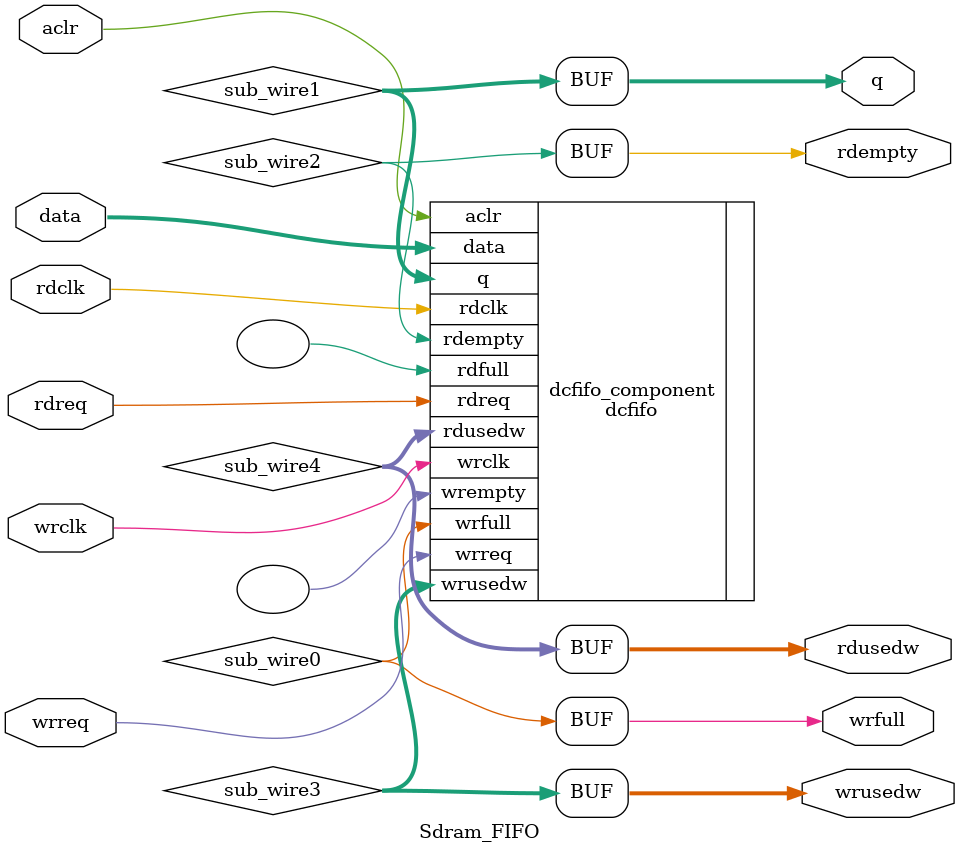
<source format=v>
module Sdram_FIFO (
	aclr,
	data,
	rdclk,
	rdreq,
	wrclk,
	wrreq,
	q,
	rdempty,
	rdusedw,
	wrfull,
	wrusedw);
	input	  aclr;
	input	[15:0]  data;
	input	  rdclk;
	input	  rdreq;
	input	  wrclk;
	input	  wrreq;
	output	[15:0]  q;
	output	  rdempty;
	output	[9:0]  rdusedw;
	output	  wrfull;
	output	[9:0]  wrusedw;
`ifndef ALTERA_RESERVED_QIS
// synopsys translate_off
`endif
	tri0	  aclr;
`ifndef ALTERA_RESERVED_QIS
// synopsys translate_on
`endif
	wire  sub_wire0;
	wire [15:0] sub_wire1;
	wire  sub_wire2;
	wire [9:0] sub_wire3;
	wire [9:0] sub_wire4;
	wire  wrfull = sub_wire0;
	wire [15:0] q = sub_wire1[15:0];
	wire  rdempty = sub_wire2;
	wire [9:0] wrusedw = sub_wire3[9:0];
	wire [9:0] rdusedw = sub_wire4[9:0];
	dcfifo	dcfifo_component (
				.rdclk (rdclk),
				.wrclk (wrclk),
				.wrreq (wrreq),
				.aclr (aclr),
				.data (data),
				.rdreq (rdreq),
				.wrfull (sub_wire0),
				.q (sub_wire1),
				.rdempty (sub_wire2),
				.wrusedw (sub_wire3),
				.rdusedw (sub_wire4),
				.rdfull (),
				.wrempty ());
	defparam
		dcfifo_component.add_ram_output_register = "OFF",
		dcfifo_component.clocks_are_synchronized = "FALSE",
		dcfifo_component.intended_device_family = "Cyclone",
		dcfifo_component.lpm_hint = "RAM_BLOCK_TYPE=M4K",
		dcfifo_component.lpm_numwords = 1024,
		dcfifo_component.lpm_showahead = "OFF",
		dcfifo_component.lpm_type = "dcfifo",
		dcfifo_component.lpm_width = 16,
		dcfifo_component.lpm_widthu = 10,
		dcfifo_component.overflow_checking = "ON",
		dcfifo_component.underflow_checking = "ON",
		dcfifo_component.use_eab = "ON";
endmodule
</source>
